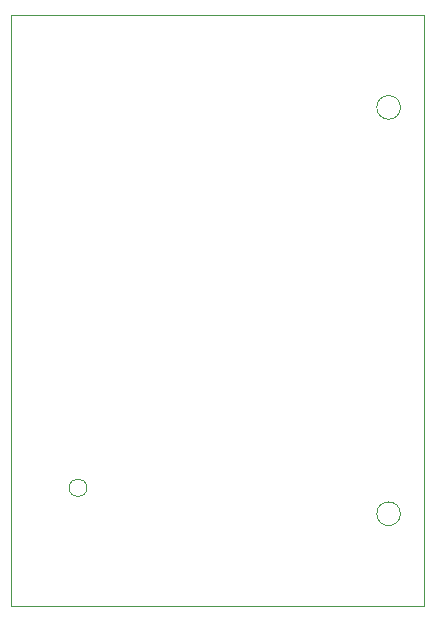
<source format=gbr>
%TF.GenerationSoftware,KiCad,Pcbnew,8.0.8*%
%TF.CreationDate,2025-01-26T16:03:17-05:00*%
%TF.ProjectId,CAN Board,43414e20-426f-4617-9264-2e6b69636164,rev?*%
%TF.SameCoordinates,Original*%
%TF.FileFunction,Profile,NP*%
%FSLAX46Y46*%
G04 Gerber Fmt 4.6, Leading zero omitted, Abs format (unit mm)*
G04 Created by KiCad (PCBNEW 8.0.8) date 2025-01-26 16:03:17*
%MOMM*%
%LPD*%
G01*
G04 APERTURE LIST*
%TA.AperFunction,Profile*%
%ADD10C,0.050000*%
%TD*%
G04 APERTURE END LIST*
D10*
X33450000Y-52000000D02*
G75*
G02*
X31950000Y-52000000I-750000J0D01*
G01*
X31950000Y-52000000D02*
G75*
G02*
X33450000Y-52000000I750000J0D01*
G01*
X60000000Y-54195000D02*
G75*
G02*
X58000000Y-54195000I-1000000J0D01*
G01*
X58000000Y-54195000D02*
G75*
G02*
X60000000Y-54195000I1000000J0D01*
G01*
X60000000Y-19795000D02*
G75*
G02*
X58000000Y-19795000I-1000000J0D01*
G01*
X58000000Y-19795000D02*
G75*
G02*
X60000000Y-19795000I1000000J0D01*
G01*
X27000000Y-12000000D02*
X62000000Y-12000000D01*
X62000000Y-62000000D01*
X27000000Y-62000000D01*
X27000000Y-12000000D01*
M02*

</source>
